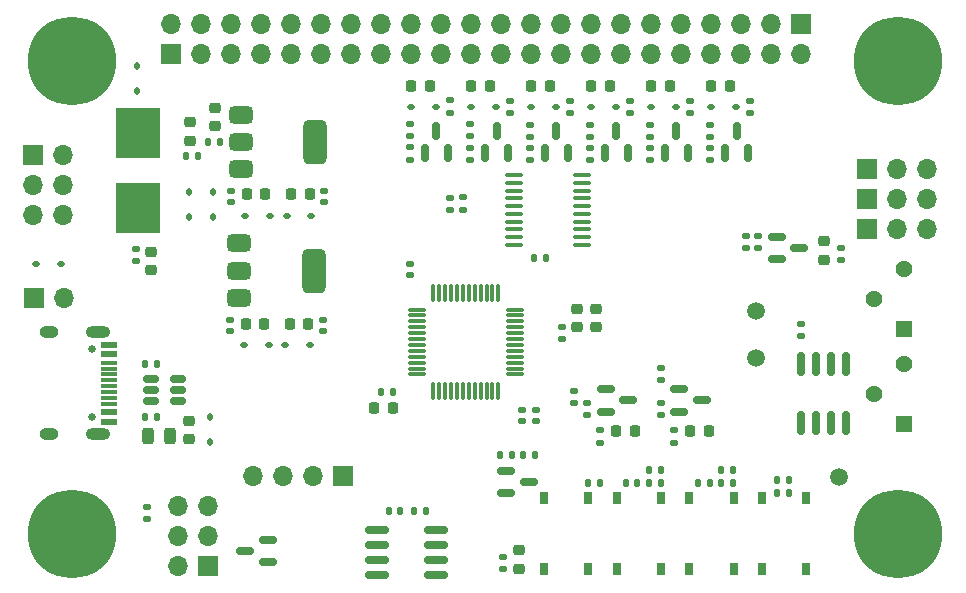
<source format=gbr>
%TF.GenerationSoftware,KiCad,Pcbnew,8.0.5*%
%TF.CreationDate,2024-10-04T16:45:10+08:00*%
%TF.ProjectId,Chao Recruit,4368616f-2052-4656-9372-7569742e6b69,rev?*%
%TF.SameCoordinates,Original*%
%TF.FileFunction,Soldermask,Top*%
%TF.FilePolarity,Negative*%
%FSLAX46Y46*%
G04 Gerber Fmt 4.6, Leading zero omitted, Abs format (unit mm)*
G04 Created by KiCad (PCBNEW 8.0.5) date 2024-10-04 16:45:10*
%MOMM*%
%LPD*%
G01*
G04 APERTURE LIST*
G04 Aperture macros list*
%AMRoundRect*
0 Rectangle with rounded corners*
0 $1 Rounding radius*
0 $2 $3 $4 $5 $6 $7 $8 $9 X,Y pos of 4 corners*
0 Add a 4 corners polygon primitive as box body*
4,1,4,$2,$3,$4,$5,$6,$7,$8,$9,$2,$3,0*
0 Add four circle primitives for the rounded corners*
1,1,$1+$1,$2,$3*
1,1,$1+$1,$4,$5*
1,1,$1+$1,$6,$7*
1,1,$1+$1,$8,$9*
0 Add four rect primitives between the rounded corners*
20,1,$1+$1,$2,$3,$4,$5,0*
20,1,$1+$1,$4,$5,$6,$7,0*
20,1,$1+$1,$6,$7,$8,$9,0*
20,1,$1+$1,$8,$9,$2,$3,0*%
G04 Aperture macros list end*
%ADD10RoundRect,0.112500X0.112500X-0.187500X0.112500X0.187500X-0.112500X0.187500X-0.112500X-0.187500X0*%
%ADD11RoundRect,0.140000X-0.170000X0.140000X-0.170000X-0.140000X0.170000X-0.140000X0.170000X0.140000X0*%
%ADD12R,1.700000X1.700000*%
%ADD13O,1.700000X1.700000*%
%ADD14RoundRect,0.218750X-0.218750X-0.256250X0.218750X-0.256250X0.218750X0.256250X-0.218750X0.256250X0*%
%ADD15RoundRect,0.135000X0.185000X-0.135000X0.185000X0.135000X-0.185000X0.135000X-0.185000X-0.135000X0*%
%ADD16RoundRect,0.135000X0.135000X0.185000X-0.135000X0.185000X-0.135000X-0.185000X0.135000X-0.185000X0*%
%ADD17RoundRect,0.135000X-0.135000X-0.185000X0.135000X-0.185000X0.135000X0.185000X-0.135000X0.185000X0*%
%ADD18RoundRect,0.140000X0.170000X-0.140000X0.170000X0.140000X-0.170000X0.140000X-0.170000X-0.140000X0*%
%ADD19RoundRect,0.150000X-0.587500X-0.150000X0.587500X-0.150000X0.587500X0.150000X-0.587500X0.150000X0*%
%ADD20RoundRect,0.140000X0.140000X0.170000X-0.140000X0.170000X-0.140000X-0.170000X0.140000X-0.170000X0*%
%ADD21RoundRect,0.375000X-0.625000X-0.375000X0.625000X-0.375000X0.625000X0.375000X-0.625000X0.375000X0*%
%ADD22RoundRect,0.500000X-0.500000X-1.400000X0.500000X-1.400000X0.500000X1.400000X-0.500000X1.400000X0*%
%ADD23RoundRect,0.218750X-0.256250X0.218750X-0.256250X-0.218750X0.256250X-0.218750X0.256250X0.218750X0*%
%ADD24RoundRect,0.102000X0.611000X-0.611000X0.611000X0.611000X-0.611000X0.611000X-0.611000X-0.611000X0*%
%ADD25C,1.426000*%
%ADD26R,0.750000X1.000000*%
%ADD27RoundRect,0.112500X-0.187500X-0.112500X0.187500X-0.112500X0.187500X0.112500X-0.187500X0.112500X0*%
%ADD28RoundRect,0.135000X-0.185000X0.135000X-0.185000X-0.135000X0.185000X-0.135000X0.185000X0.135000X0*%
%ADD29RoundRect,0.150000X-0.512500X-0.150000X0.512500X-0.150000X0.512500X0.150000X-0.512500X0.150000X0*%
%ADD30RoundRect,0.150000X0.150000X-0.587500X0.150000X0.587500X-0.150000X0.587500X-0.150000X-0.587500X0*%
%ADD31RoundRect,0.218750X0.218750X0.256250X-0.218750X0.256250X-0.218750X-0.256250X0.218750X-0.256250X0*%
%ADD32RoundRect,0.140000X-0.140000X-0.170000X0.140000X-0.170000X0.140000X0.170000X-0.140000X0.170000X0*%
%ADD33RoundRect,0.225000X0.225000X0.250000X-0.225000X0.250000X-0.225000X-0.250000X0.225000X-0.250000X0*%
%ADD34RoundRect,0.225000X-0.225000X-0.250000X0.225000X-0.250000X0.225000X0.250000X-0.225000X0.250000X0*%
%ADD35R,3.810000X4.240000*%
%ADD36RoundRect,0.112500X0.187500X0.112500X-0.187500X0.112500X-0.187500X-0.112500X0.187500X-0.112500X0*%
%ADD37RoundRect,0.150000X0.150000X-0.825000X0.150000X0.825000X-0.150000X0.825000X-0.150000X-0.825000X0*%
%ADD38C,1.500000*%
%ADD39RoundRect,0.218750X0.256250X-0.218750X0.256250X0.218750X-0.256250X0.218750X-0.256250X-0.218750X0*%
%ADD40RoundRect,0.112500X-0.112500X0.187500X-0.112500X-0.187500X0.112500X-0.187500X0.112500X0.187500X0*%
%ADD41RoundRect,0.225000X0.250000X-0.225000X0.250000X0.225000X-0.250000X0.225000X-0.250000X-0.225000X0*%
%ADD42RoundRect,0.075000X0.662500X0.075000X-0.662500X0.075000X-0.662500X-0.075000X0.662500X-0.075000X0*%
%ADD43RoundRect,0.075000X0.075000X0.662500X-0.075000X0.662500X-0.075000X-0.662500X0.075000X-0.662500X0*%
%ADD44RoundRect,0.243750X-0.243750X-0.456250X0.243750X-0.456250X0.243750X0.456250X-0.243750X0.456250X0*%
%ADD45C,4.700000*%
%ADD46C,7.500000*%
%ADD47RoundRect,0.150000X0.825000X0.150000X-0.825000X0.150000X-0.825000X-0.150000X0.825000X-0.150000X0*%
%ADD48RoundRect,0.100000X0.637500X0.100000X-0.637500X0.100000X-0.637500X-0.100000X0.637500X-0.100000X0*%
%ADD49C,0.650000*%
%ADD50R,1.450000X0.600000*%
%ADD51R,1.450000X0.300000*%
%ADD52O,2.100000X1.000000*%
%ADD53O,1.600000X1.000000*%
%ADD54RoundRect,0.150000X0.587500X0.150000X-0.587500X0.150000X-0.587500X-0.150000X0.587500X-0.150000X0*%
G04 APERTURE END LIST*
D10*
%TO.C,D301*%
X66725000Y-87200000D03*
X66725000Y-85100000D03*
%TD*%
D11*
%TO.C,C113*%
X68400000Y-76900000D03*
X68400000Y-77860000D03*
%TD*%
D12*
%TO.C,J101*%
X77960002Y-90135000D03*
D13*
X75420002Y-90135000D03*
X72880003Y-90135000D03*
X70340002Y-90135000D03*
%TD*%
D14*
%TO.C,D210*%
X98970000Y-57090002D03*
X100545002Y-57090002D03*
%TD*%
D15*
%TO.C,R204*%
X112432081Y-59359998D03*
X112432081Y-58340000D03*
%TD*%
D16*
%TO.C,R107*%
X65694998Y-63000000D03*
X64675000Y-63000000D03*
%TD*%
D17*
%TO.C,R104*%
X114696667Y-90400002D03*
X115716665Y-90400002D03*
%TD*%
D18*
%TO.C,C102*%
X83618200Y-73100003D03*
X83618200Y-72140003D03*
%TD*%
D10*
%TO.C,D105*%
X64950001Y-68150000D03*
X64950001Y-66050000D03*
%TD*%
D19*
%TO.C,Q208*%
X114675000Y-69850000D03*
X114675000Y-71750000D03*
X116550001Y-70800000D03*
%TD*%
D20*
%TO.C,C103*%
X82168200Y-83000001D03*
X81208200Y-83000001D03*
%TD*%
D21*
%TO.C,U103*%
X69200001Y-70400000D03*
X69200002Y-72700000D03*
D22*
X75500000Y-72700000D03*
D21*
X69200001Y-75000000D03*
%TD*%
D23*
%TO.C,L101*%
X99368200Y-75925000D03*
X99368200Y-77500002D03*
%TD*%
D24*
%TO.C,RV201*%
X125450000Y-85680000D03*
D25*
X122910000Y-83140000D03*
X125450000Y-80600000D03*
%TD*%
D26*
%TO.C,SW101*%
X98716700Y-92000000D03*
X98716700Y-98000000D03*
X94966700Y-92000000D03*
X94966700Y-98000000D03*
%TD*%
D21*
%TO.C,U102*%
X69300001Y-59500000D03*
X69300002Y-61800000D03*
D22*
X75600000Y-61800000D03*
D21*
X69300001Y-64100000D03*
%TD*%
D27*
%TO.C,D109*%
X69600000Y-79000000D03*
X71700000Y-79000000D03*
%TD*%
D28*
%TO.C,R203*%
X98600000Y-83950000D03*
X98600000Y-84969998D03*
%TD*%
D15*
%TO.C,R202*%
X109044580Y-61359998D03*
X109044580Y-60340000D03*
%TD*%
D12*
%TO.C,J202*%
X63412082Y-54350000D03*
D13*
X63412082Y-51810000D03*
X65952082Y-54350000D03*
X65952082Y-51810000D03*
X68492081Y-54350000D03*
X68492082Y-51810000D03*
X71032082Y-54350000D03*
X71032082Y-51810000D03*
X73572082Y-54350000D03*
X73572082Y-51810000D03*
X76112082Y-54350000D03*
X76112082Y-51810000D03*
%TD*%
D29*
%TO.C,U301*%
X61687500Y-81887500D03*
X61687500Y-82837500D03*
X61687500Y-83787500D03*
X63962500Y-83787500D03*
X63962500Y-82837500D03*
X63962500Y-81887500D03*
%TD*%
D30*
%TO.C,Q207*%
X95090418Y-62777499D03*
X96990418Y-62777499D03*
X96040418Y-60902498D03*
%TD*%
D27*
%TO.C,D106*%
X69700000Y-68050001D03*
X71800000Y-68050001D03*
%TD*%
D12*
%TO.C,J213*%
X122370000Y-69220000D03*
D13*
X124910000Y-69220000D03*
X127449999Y-69220000D03*
%TD*%
D14*
%TO.C,D215*%
X88820000Y-57062501D03*
X90395002Y-57062501D03*
%TD*%
D11*
%TO.C,C101*%
X94268200Y-84470000D03*
X94268200Y-85430000D03*
%TD*%
D15*
%TO.C,R226*%
X92107501Y-59332499D03*
X92107501Y-58312501D03*
%TD*%
D31*
%TO.C,D204*%
X108937501Y-86250000D03*
X107362499Y-86250000D03*
%TD*%
D14*
%TO.C,D213*%
X93890418Y-57090000D03*
X95465420Y-57090000D03*
%TD*%
D32*
%TO.C,C204*%
X94162500Y-71625000D03*
X95122500Y-71625000D03*
%TD*%
D12*
%TO.C,JP101*%
X51775000Y-75000000D03*
D13*
X54315000Y-75000000D03*
%TD*%
D15*
%TO.C,R103*%
X88100000Y-67534999D03*
X88100000Y-66515001D03*
%TD*%
%TO.C,R221*%
X112078750Y-70822499D03*
X112078750Y-69802501D03*
%TD*%
D33*
%TO.C,C111*%
X75150000Y-66250000D03*
X73600000Y-66250000D03*
%TD*%
D15*
%TO.C,R216*%
X102257501Y-59360000D03*
X102257501Y-58340002D03*
%TD*%
D28*
%TO.C,R101*%
X87025000Y-66540001D03*
X87025000Y-67559999D03*
%TD*%
D17*
%TO.C,R232*%
X110006667Y-90700001D03*
X111026665Y-90700001D03*
%TD*%
D33*
%TO.C,C115*%
X75000000Y-77200000D03*
X73450000Y-77200000D03*
%TD*%
D30*
%TO.C,Q203*%
X105244580Y-62777501D03*
X107144580Y-62777501D03*
X106194580Y-60902500D03*
%TD*%
D34*
%TO.C,C114*%
X69725000Y-77200000D03*
X71275000Y-77200000D03*
%TD*%
D35*
%TO.C,F101*%
X60600000Y-61015000D03*
X60600000Y-67385000D03*
%TD*%
D28*
%TO.C,R217*%
X98870000Y-62320002D03*
X98870000Y-63340000D03*
%TD*%
D12*
%TO.C,J214*%
X122370000Y-66680000D03*
D13*
X124910000Y-66680000D03*
X127449999Y-66680000D03*
%TD*%
D28*
%TO.C,R219*%
X120097499Y-70790002D03*
X120097499Y-71810000D03*
%TD*%
D11*
%TO.C,C104*%
X93118200Y-84470002D03*
X93118200Y-85430002D03*
%TD*%
D30*
%TO.C,Q210*%
X84920000Y-62737499D03*
X86820000Y-62737499D03*
X85870000Y-60862498D03*
%TD*%
D20*
%TO.C,C201*%
X102876666Y-90700001D03*
X101916666Y-90700001D03*
%TD*%
D15*
%TO.C,R207*%
X106000000Y-87259999D03*
X106000000Y-86240001D03*
%TD*%
D36*
%TO.C,D216*%
X85807501Y-58850000D03*
X83707501Y-58850000D03*
%TD*%
D15*
%TO.C,R501*%
X61400000Y-93709999D03*
X61400000Y-92690001D03*
%TD*%
D14*
%TO.C,D203*%
X109144580Y-57090000D03*
X110719582Y-57090000D03*
%TD*%
D37*
%TO.C,U201*%
X116745000Y-85575000D03*
X118015000Y-85575000D03*
X119285000Y-85575000D03*
X120555000Y-85575000D03*
X120555000Y-80625000D03*
X119285000Y-80625000D03*
X118015000Y-80625000D03*
X116745000Y-80625000D03*
%TD*%
D36*
%TO.C,D110*%
X75150000Y-79000000D03*
X73050000Y-79000000D03*
%TD*%
D38*
%TO.C,TP203*%
X112910000Y-76140000D03*
%TD*%
D28*
%TO.C,R102*%
X60400000Y-70840001D03*
X60400000Y-71859999D03*
%TD*%
D39*
%TO.C,D103*%
X61700000Y-72675002D03*
X61700000Y-71100000D03*
%TD*%
D14*
%TO.C,D217*%
X83720000Y-57050000D03*
X85295002Y-57050000D03*
%TD*%
D15*
%TO.C,R206*%
X97550000Y-83950000D03*
X97550000Y-82930002D03*
%TD*%
D36*
%TO.C,D101*%
X54100000Y-72150000D03*
X52000000Y-72150000D03*
%TD*%
D17*
%TO.C,R230*%
X103876669Y-90700002D03*
X104896667Y-90700002D03*
%TD*%
%TO.C,R105*%
X98700000Y-90700000D03*
X99719998Y-90700000D03*
%TD*%
D11*
%TO.C,C112*%
X76400001Y-65950001D03*
X76400001Y-66910001D03*
%TD*%
D14*
%TO.C,D207*%
X104044580Y-57090002D03*
X105619582Y-57090002D03*
%TD*%
D28*
%TO.C,R213*%
X91500000Y-96955004D03*
X91500000Y-97975002D03*
%TD*%
D12*
%TO.C,J207*%
X66530002Y-97725000D03*
D13*
X63990002Y-97725000D03*
X66530002Y-95185000D03*
X63990002Y-95185000D03*
X66530002Y-92645001D03*
X63990002Y-92645000D03*
%TD*%
D17*
%TO.C,R215*%
X93230002Y-88350000D03*
X94250000Y-88350000D03*
%TD*%
D19*
%TO.C,Q204*%
X106450000Y-82750000D03*
X106450000Y-84650000D03*
X108325001Y-83700000D03*
%TD*%
D15*
%TO.C,R210*%
X107332081Y-59360000D03*
X107332081Y-58340002D03*
%TD*%
D28*
%TO.C,R234*%
X83620000Y-62280000D03*
X83620000Y-63299998D03*
%TD*%
D20*
%TO.C,C202*%
X109006665Y-90700002D03*
X108046665Y-90700002D03*
%TD*%
D34*
%TO.C,C110*%
X69850000Y-66250000D03*
X71400000Y-66250000D03*
%TD*%
D12*
%TO.C,J204*%
X116752081Y-51810000D03*
D13*
X116752081Y-54350000D03*
X114212081Y-51810000D03*
X114212081Y-54350000D03*
X111672082Y-51810000D03*
X111672081Y-54350000D03*
X109132081Y-51810000D03*
X109132081Y-54350000D03*
X106592081Y-51810000D03*
X106592081Y-54350000D03*
X104052081Y-51810000D03*
X104052081Y-54350000D03*
X101512081Y-51810000D03*
X101512081Y-54350000D03*
X98972080Y-51810000D03*
X98972081Y-54350000D03*
X96432081Y-51810000D03*
X96432081Y-54350000D03*
X93892081Y-51810000D03*
X93892081Y-54350000D03*
X91352081Y-51810000D03*
X91352081Y-54350000D03*
X88812082Y-51810000D03*
X88812081Y-54350000D03*
X86272081Y-51810000D03*
X86272081Y-54350000D03*
X83732081Y-51810000D03*
X83732081Y-54350000D03*
X81192081Y-51810000D03*
X81192081Y-54350000D03*
X78652082Y-51810000D03*
X78652081Y-54350000D03*
%TD*%
D28*
%TO.C,R211*%
X103944580Y-62320002D03*
X103944580Y-63340000D03*
%TD*%
D23*
%TO.C,D208*%
X92850000Y-96400000D03*
X92850000Y-97975002D03*
%TD*%
D40*
%TO.C,D104*%
X66950001Y-66050000D03*
X66950001Y-68150000D03*
%TD*%
D15*
%TO.C,R201*%
X99750000Y-87259999D03*
X99750000Y-86240001D03*
%TD*%
D41*
%TO.C,C106*%
X97768200Y-77500003D03*
X97768200Y-75950003D03*
%TD*%
D23*
%TO.C,D211*%
X118712500Y-70237498D03*
X118712500Y-71812500D03*
%TD*%
D41*
%TO.C,C301*%
X64950000Y-86975000D03*
X64950000Y-85425000D03*
%TD*%
D11*
%TO.C,C107*%
X96468200Y-77500002D03*
X96468200Y-78460002D03*
%TD*%
D16*
%TO.C,R228*%
X104896666Y-89600000D03*
X103876668Y-89600000D03*
%TD*%
D15*
%TO.C,R233*%
X87007501Y-59319998D03*
X87007501Y-58300000D03*
%TD*%
%TO.C,R222*%
X97177919Y-59359998D03*
X97177919Y-58340000D03*
%TD*%
D20*
%TO.C,C108*%
X115696667Y-91500002D03*
X114736667Y-91500002D03*
%TD*%
D36*
%TO.C,D107*%
X75300001Y-68049999D03*
X73200001Y-68049999D03*
%TD*%
D42*
%TO.C,U101*%
X92530700Y-81500000D03*
X92530700Y-81000000D03*
X92530700Y-80500000D03*
X92530700Y-79999999D03*
X92530700Y-79500000D03*
X92530700Y-79000000D03*
X92530700Y-78500000D03*
X92530700Y-78000000D03*
X92530700Y-77500001D03*
X92530700Y-77000000D03*
X92530700Y-76500000D03*
X92530700Y-76000000D03*
D43*
X91118200Y-74587500D03*
X90618200Y-74587500D03*
X90118200Y-74587500D03*
X89618199Y-74587500D03*
X89118200Y-74587500D03*
X88618200Y-74587500D03*
X88118200Y-74587500D03*
X87618200Y-74587500D03*
X87118201Y-74587500D03*
X86618200Y-74587500D03*
X86118200Y-74587500D03*
X85618200Y-74587500D03*
D42*
X84205700Y-76000000D03*
X84205700Y-76500000D03*
X84205700Y-77000000D03*
X84205700Y-77500001D03*
X84205700Y-78000000D03*
X84205700Y-78500000D03*
X84205700Y-79000000D03*
X84205700Y-79500000D03*
X84205700Y-79999999D03*
X84205700Y-80500000D03*
X84205700Y-81000000D03*
X84205700Y-81500000D03*
D43*
X85618200Y-82912500D03*
X86118200Y-82912500D03*
X86618200Y-82912500D03*
X87118201Y-82912500D03*
X87618200Y-82912500D03*
X88118200Y-82912500D03*
X88618200Y-82912500D03*
X89118200Y-82912500D03*
X89618199Y-82912500D03*
X90118200Y-82912500D03*
X90618200Y-82912500D03*
X91118200Y-82912500D03*
%TD*%
D44*
%TO.C,F301*%
X61487499Y-86750000D03*
X63362501Y-86750000D03*
%TD*%
D32*
%TO.C,C502*%
X81870001Y-93100000D03*
X82830001Y-93100000D03*
%TD*%
D15*
%TO.C,R225*%
X88720000Y-61332499D03*
X88720000Y-60312501D03*
%TD*%
D45*
%TO.C,H101*%
X55000000Y-55000000D03*
D46*
X55000000Y-55000000D03*
%TD*%
D28*
%TO.C,R223*%
X93790418Y-62320000D03*
X93790418Y-63339998D03*
%TD*%
D15*
%TO.C,R231*%
X83620000Y-61319998D03*
X83620000Y-60300000D03*
%TD*%
D38*
%TO.C,TP201*%
X112910000Y-80140000D03*
%TD*%
D16*
%TO.C,R229*%
X111026665Y-89600000D03*
X110006667Y-89600000D03*
%TD*%
D17*
%TO.C,R302*%
X61205002Y-85125000D03*
X62225000Y-85125000D03*
%TD*%
D33*
%TO.C,C105*%
X82168200Y-84300002D03*
X80618200Y-84300002D03*
%TD*%
D12*
%TO.C,J211*%
X122370000Y-64140000D03*
D13*
X124910000Y-64140000D03*
X127449999Y-64140000D03*
%TD*%
D47*
%TO.C,U501*%
X85825000Y-98504999D03*
X85825000Y-97234999D03*
X85825000Y-95964999D03*
X85825000Y-94694999D03*
X80875000Y-94694999D03*
X80875000Y-95964999D03*
X80875000Y-97234999D03*
X80875000Y-98504999D03*
%TD*%
D15*
%TO.C,R224*%
X113128750Y-70822499D03*
X113128750Y-69802501D03*
%TD*%
D36*
%TO.C,D209*%
X101057501Y-58890002D03*
X98957501Y-58890002D03*
%TD*%
D45*
%TO.C,H103*%
X55000000Y-95000000D03*
D46*
X55000000Y-95000000D03*
%TD*%
D38*
%TO.C,TP202*%
X119950000Y-90200000D03*
%TD*%
D26*
%TO.C,SW202*%
X111033333Y-92000000D03*
X111033333Y-98000000D03*
X107283333Y-92000000D03*
X107283333Y-98000000D03*
%TD*%
%TO.C,SW201*%
X104875000Y-92000000D03*
X104875000Y-98000000D03*
X101125000Y-92000000D03*
X101125000Y-98000000D03*
%TD*%
D19*
%TO.C,Q206*%
X91802503Y-89649999D03*
X91802503Y-91549999D03*
X93677504Y-90599999D03*
%TD*%
D15*
%TO.C,R214*%
X98870000Y-61360000D03*
X98870000Y-60340002D03*
%TD*%
D10*
%TO.C,D206*%
X60500000Y-57500000D03*
X60500000Y-55400000D03*
%TD*%
D45*
%TO.C,H102*%
X125000000Y-55000000D03*
D46*
X125000000Y-55000000D03*
%TD*%
D28*
%TO.C,R227*%
X88720000Y-62292501D03*
X88720000Y-63312499D03*
%TD*%
D23*
%TO.C,D111*%
X64975000Y-60137499D03*
X64975000Y-61712501D03*
%TD*%
D11*
%TO.C,C109*%
X68500000Y-65970000D03*
X68500000Y-66930000D03*
%TD*%
D19*
%TO.C,Q202*%
X100200000Y-82750000D03*
X100200000Y-84650000D03*
X102075001Y-83700000D03*
%TD*%
D15*
%TO.C,R208*%
X103944580Y-61360000D03*
X103944580Y-60340002D03*
%TD*%
D30*
%TO.C,Q201*%
X110344580Y-62777499D03*
X112244580Y-62777499D03*
X111294580Y-60902498D03*
%TD*%
D45*
%TO.C,H104*%
X125000000Y-95000000D03*
D46*
X125000000Y-95000000D03*
%TD*%
D23*
%TO.C,D108*%
X67150001Y-58900000D03*
X67150001Y-60475002D03*
%TD*%
D18*
%TO.C,C203*%
X116750000Y-78205000D03*
X116750000Y-77245000D03*
%TD*%
D30*
%TO.C,Q205*%
X100170000Y-62777501D03*
X102070000Y-62777501D03*
X101120000Y-60902500D03*
%TD*%
D36*
%TO.C,D214*%
X90907501Y-58862501D03*
X88807501Y-58862501D03*
%TD*%
%TO.C,D205*%
X106132081Y-58890002D03*
X104032081Y-58890002D03*
%TD*%
D48*
%TO.C,U202*%
X98175000Y-70500000D03*
X98175000Y-69850000D03*
X98175000Y-69200000D03*
X98175000Y-68550000D03*
X98175000Y-67900000D03*
X98175000Y-67250000D03*
X98175000Y-66600000D03*
X98175000Y-65950000D03*
X98175000Y-65300000D03*
X98175000Y-64650000D03*
X92450000Y-64650000D03*
X92450000Y-65300000D03*
X92450000Y-65950000D03*
X92450000Y-66600000D03*
X92450000Y-67250000D03*
X92450000Y-67900000D03*
X92450000Y-68550000D03*
X92450000Y-69200000D03*
X92450000Y-69850000D03*
X92450000Y-70500000D03*
%TD*%
D11*
%TO.C,C116*%
X76300000Y-76900000D03*
X76300000Y-77860000D03*
%TD*%
D28*
%TO.C,R205*%
X109044580Y-62320000D03*
X109044580Y-63339998D03*
%TD*%
D12*
%TO.C,J205*%
X51725000Y-62920000D03*
D13*
X54265000Y-62920000D03*
X51725000Y-65460000D03*
X54265000Y-65460000D03*
X51725000Y-68000000D03*
X54265000Y-68000000D03*
%TD*%
D15*
%TO.C,R212*%
X104850000Y-82009999D03*
X104850000Y-80990001D03*
%TD*%
D32*
%TO.C,C501*%
X84020001Y-93100000D03*
X84980001Y-93100000D03*
%TD*%
D28*
%TO.C,R209*%
X104850000Y-83950000D03*
X104850000Y-84969998D03*
%TD*%
D15*
%TO.C,R220*%
X93790418Y-61359998D03*
X93790418Y-60340000D03*
%TD*%
D31*
%TO.C,D201*%
X102687501Y-86250000D03*
X101112499Y-86250000D03*
%TD*%
D36*
%TO.C,D212*%
X95977919Y-58890000D03*
X93877919Y-58890000D03*
%TD*%
D49*
%TO.C,J301*%
X56700000Y-79360000D03*
X56700000Y-85140000D03*
D50*
X58145000Y-79000000D03*
X58145000Y-79799999D03*
D51*
X58144999Y-81000000D03*
X58145000Y-82000000D03*
X58145000Y-82500000D03*
X58144999Y-83500000D03*
D50*
X58145000Y-84700001D03*
X58145000Y-85500000D03*
X58145000Y-85500000D03*
X58145000Y-84700001D03*
D51*
X58145000Y-84000000D03*
X58145000Y-83000000D03*
X58145000Y-81500000D03*
X58145000Y-80500000D03*
D50*
X58145000Y-79799999D03*
X58145000Y-79000000D03*
D52*
X57230000Y-77930000D03*
D53*
X53050000Y-77930000D03*
D52*
X57230000Y-86570000D03*
D53*
X53050000Y-86570000D03*
%TD*%
D16*
%TO.C,R106*%
X67560000Y-61800000D03*
X66540002Y-61800000D03*
%TD*%
D26*
%TO.C,SW102*%
X117191666Y-92000000D03*
X117191666Y-98000000D03*
X113441666Y-92000000D03*
X113441666Y-98000000D03*
%TD*%
D54*
%TO.C,D501*%
X71587500Y-97400000D03*
X71587500Y-95500000D03*
X69712499Y-96450000D03*
%TD*%
D17*
%TO.C,R301*%
X61200000Y-80575000D03*
X62220000Y-80575000D03*
%TD*%
D24*
%TO.C,RV202*%
X125450000Y-77680000D03*
D25*
X122910000Y-75140000D03*
X125450000Y-72600000D03*
%TD*%
D16*
%TO.C,R218*%
X92260000Y-88350000D03*
X91240002Y-88350000D03*
%TD*%
D30*
%TO.C,Q209*%
X90020000Y-62750000D03*
X91920000Y-62750000D03*
X90970000Y-60874999D03*
%TD*%
D36*
%TO.C,D202*%
X111232081Y-58890000D03*
X109132081Y-58890000D03*
%TD*%
M02*

</source>
